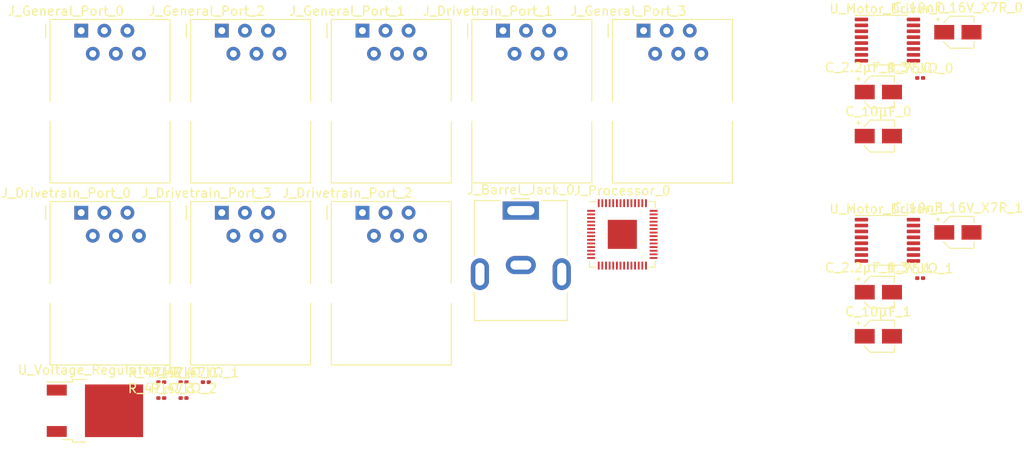
<source format=kicad_pcb>
(kicad_pcb (version 20211014) (generator pcbnew)
  (layers (0 "F.Cu" signal) (31 "B.Cu" signal) (34 "B.Paste" user) (35 "F.Paste" user) (36 "B.SilkS" user "B.Silkscreen") (37 "F.SilkS" user "F.Silkscreen") (38 "B.Mask" user) (39 "F.Mask" user) (44 "Edge.Cuts" user))
  (net 0 "")
  (net 1 "GND")
  (net 2 "Net-(C_2.2μF_6.3V_0-Pad2)")
  (net 3 "Net-(U_Motor_Driver_1-Pad14)")
  (net 4 "+9V")
  (net 5 "Net-(C_10nF_16V_X7R_0-Pad2)")
  (net 6 "Net-(U_Motor_Driver_1-Pad11)")
  (net 8 "/Motor_Driver_Sheet_0/AOUT2")
  (net 9 "/Motor_Driver_Sheet_0/AOUT1")
  (net 10 "/DP01")
  (net 11 "/DP00")
  (net 12 "+3.3V")
  (net 13 "/Motor_Driver_Sheet_0/BOUT2")
  (net 14 "/Motor_Driver_Sheet_0/BOUT1")
  (net 15 "/DP11")
  (net 16 "/DP10")
  (net 17 "/Motor_Driver_Sheet_1/AOUT2")
  (net 18 "/Motor_Driver_Sheet_1/AOUT1")
  (net 19 "/DP21")
  (net 20 "/DP20")
  (net 21 "/Motor_Driver_Sheet_1/BOUT2")
  (net 22 "/Motor_Driver_Sheet_1/BOUT1")
  (net 23 "/DP31")
  (net 24 "/DP30")
  (net 27 "/GP01")
  (net 28 "/GP00")
  (net 31 "/GP11")
  (net 32 "/GP10")
  (net 35 "/GP21")
  (net 36 "/GP20")
  (net 39 "/GP31")
  (net 40 "/GP30")
  (net 43 "/Motor_Driver_Sheet_1/BIN2")
  (net 44 "/Motor_Driver_Sheet_1/BIN1")
  (net 45 "/Motor_Driver_Sheet_1/AIN2")
  (net 46 "/Motor_Driver_Sheet_1/AIN1")
  (net 47 "/Motor_Driver_Sheet_0/BIN2")
  (net 48 "/Motor_Driver_Sheet_0/BIN1")
  (net 49 "/Motor_Driver_Sheet_0/AIN2")
  (net 50 "/Motor_Driver_Sheet_0/AIN1")
  (net 53 "Net-(J_Processor_0-Pad23)")
  (net 56 "Net-(J_Processor_0-Pad26)")
  (net 57 "Net-(J_Processor_0-Pad38)")
  (net 58 "Net-(J_Processor_0-Pad39)")
  (net 59 "Net-(J_Processor_0-Pad40)")
  (net 60 "Net-(J_Processor_0-Pad41)")
  (net 69 "Net-(R_75kΩ_0-Pad2)")
  (net 70 "Net-(U_Motor_Driver_1-Pad1)")
  (footprint "Connector_RJ:RJ12_Amphenol_54601" (layer "F.Cu") (at 149.43 82.14)
    (fp_text reference "J_General_Port_3" (at -1.67 -2.16) (layer "F.SilkS"))
    (fp_text value "6P6C")
    (fp_line (start 9.77 16.65) (end 9.77 16.77) (layer "F.SilkS") (width 0.1))
    (fp_line (start -3.9 0.77) (end -3.9 -0.76) (layer "F.SilkS") (width 0.12))
    (fp_line (start -3.43 -1.23) (end 9.77 -1.23) (layer "F.SilkS") (width 0.12))
    (fp_line (start 9.77 16.77) (end 9.77 9.99) (layer "F.SilkS") (width 0.12))
    (fp_line (start -3.43 7.79) (end -3.43 -1.23) (layer "F.SilkS") (width 0.12))
    (fp_line (start 9.77 16.76) (end 9.77 16.77) (layer "F.SilkS") (width 0.1))
    (fp_line (start -3.43 7.72) (end -3.43 7.79) (layer "F.SilkS") (width 0.1))
    (fp_line (start -3.43 16.77) (end -3.43 9.99) (layer "F.SilkS") (width 0.12))
    (fp_line (start 9.77 -1.23) (end 9.77 7.79) (layer "F.SilkS") (width 0.12))
    (fp_line (start 9.77 16.77) (end -3.43 16.77) (layer "F.SilkS") (width 0.12))
    (pad "" np_thru_hole circle (at -1.91 8.89) (size 3.25 3.25) (drill 3.25) (layers *.Cu *.Mask))
    (pad "" np_thru_hole circle (at 8.25 8.89) (size 3.25 3.25) (drill 3.25) (layers *.Cu *.Mask))
    (pad "1" thru_hole rect (at 0 0) (size 1.52 1.52) (drill 0.76) (layers *.Cu *.Mask))
    (pad "2" thru_hole circle (at 1.27 2.54) (size 1.52 1.52) (drill 0.76) (layers *.Cu *.Mask))
    (pad "3" thru_hole circle (at 2.54 0) (size 1.52 1.52) (drill 0.76) (layers *.Cu *.Mask) (net 39 "/GP31"))
    (pad "4" thru_hole circle (at 3.81 2.54) (size 1.52 1.52) (drill 0.76) (layers *.Cu *.Mask) (net 40 "/GP30"))
    (pad "5" thru_hole circle (at 5.08 0) (size 1.52 1.52) (drill 0.76) (layers *.Cu *.Mask) (net 12 "+3.3V"))
    (pad "6" thru_hole circle (at 6.35 2.54) (size 1.52 1.52) (drill 0.76) (layers *.Cu *.Mask) (net 1 "GND"))
  )
  (footprint "Capacitor_SMD:CP_Elec_3x5.3" (layer "F.Cu") (at 175.26 110.95)
    (fp_text reference "C_2.2μF_6.3V_1" (at 0 -2.7) (layer "F.SilkS"))
    (fp_text value "C")
    (fp_line (start -0.870563 1.76) (end 1.76 1.76) (layer "F.SilkS") (width 0.12))
    (fp_line (start 1.76 -1.76) (end 1.76 -1.06) (layer "F.SilkS") (width 0.12))
    (fp_line (start 1.76 1.76) (end 1.76 1.06) (layer "F.SilkS") (width 0.12))
    (fp_line (start -2.1875 -1.6225) (end -2.1875 -1.2475) (layer "F.SilkS") (width 0.12))
    (fp_line (start -0.870563 -1.76) (end 1.76 -1.76) (layer "F.SilkS") (width 0.12))
    (fp_line (start -2.375 -1.435) (end -2 -1.435) (layer "F.SilkS") (width 0.12))
    (fp_line (start -1.570563 1.06) (end -0.870563 1.76) (layer "F.SilkS") (width 0.12))
    (fp_line (start -1.570563 -1.06) (end -0.870563 -1.76) (layer "F.SilkS") (width 0.12))
    (pad "1" smd rect (at -1.5 0) (size 2.2 1.6) (layers "F.Cu" "F.Paste" "F.Mask") (net 1 "GND"))
    (pad "2" smd rect (at 1.5 0) (size 2.2 1.6) (layers "F.Cu" "F.Paste" "F.Mask") (net 3 "Net-(U_Motor_Driver_1-Pad14)"))
  )
  (footprint "Resistor_SMD:R_0201_0603Metric" (layer "F.Cu") (at 96.36 120.86)
    (fp_text reference "R_47kΩ_4" (at 0 -1.05) (layer "F.SilkS"))
    (fp_text value "R")
    (pad "1" smd roundrect (at -0.32 0) (size 0.46 0.4) (layers "F.Cu" "F.Mask") (net 60 "Net-(J_Processor_0-Pad41)"))
    (pad "2" smd roundrect (at 0.32 0) (size 0.46 0.4) (layers "F.Cu" "F.Mask") (net 12 "+3.3V"))
  )
  (footprint "Package_SO:TSSOP-16_4.4x5mm_P0.65mm" (layer "F.Cu") (at 176.26 83.18)
    (fp_text reference "U_Motor_Driver_0" (at 0 -3.45) (layer "F.SilkS"))
    (fp_text value "DRV8833PW")
    (fp_line (start 0 2.735) (end 2.2 2.735) (layer "F.SilkS") (width 0.12))
    (fp_line (start 0 2.735) (end -2.2 2.735) (layer "F.SilkS") (width 0.12))
    (fp_line (start 0 -2.735) (end 2.2 -2.735) (layer "F.SilkS") (width 0.12))
    (fp_line (start 0 -2.735) (end -3.6 -2.735) (layer "F.SilkS") (width 0.12))
    (pad "1" smd roundrect (at -2.8625 -2.275) (size 1.475 0.4) (layers "F.Cu" "F.Paste" "F.Mask") (net 69 "Net-(R_75kΩ_0-Pad2)"))
    (pad "2" smd roundrect (at -2.8625 -1.625) (size 1.475 0.4) (layers "F.Cu" "F.Paste" "F.Mask") (net 9 "/Motor_Driver_Sheet_0/AOUT1"))
    (pad "3" smd roundrect (at -2.8625 -0.975) (size 1.475 0.4) (layers "F.Cu" "F.Paste" "F.Mask") (net 1 "GND"))
    (pad "4" smd roundrect (at -2.8625 -0.325) (size 1.475 0.4) (layers "F.Cu" "F.Paste" "F.Mask") (net 8 "/Motor_Driver_Sheet_0/AOUT2"))
    (pad "5" smd roundrect (at -2.8625 0.325) (size 1.475 0.4) (layers "F.Cu" "F.Paste" "F.Mask") (net 13 "/Motor_Driver_Sheet_0/BOUT2"))
    (pad "6" smd roundrect (at -2.8625 0.975) (size 1.475 0.4) (layers "F.Cu" "F.Paste" "F.Mask") (net 1 "GND"))
    (pad "7" smd roundrect (at -2.8625 1.625) (size 1.475 0.4) (layers "F.Cu" "F.Paste" "F.Mask") (net 14 "/Motor_Driver_Sheet_0/BOUT1"))
    (pad "8" smd roundrect (at -2.8625 2.275) (size 1.475 0.4) (layers "F.Cu" "F.Paste" "F.Mask"))
    (pad "9" smd roundrect (at 2.8625 2.275) (size 1.475 0.4) (layers "F.Cu" "F.Paste" "F.Mask") (net 48 "/Motor_Driver_Sheet_0/BIN1"))
    (pad "10" smd roundrect (at 2.8625 1.625) (size 1.475 0.4) (layers "F.Cu" "F.Paste" "F.Mask") (net 47 "/Motor_Driver_Sheet_0/BIN2"))
    (pad "11" smd roundrect (at 2.8625 0.975) (size 1.475 0.4) (layers "F.Cu" "F.Paste" "F.Mask") (net 5 "Net-(C_10nF_16V_X7R_0-Pad2)"))
    (pad "12" smd roundrect (at 2.8625 0.325) (size 1.475 0.4) (layers "F.Cu" "F.Paste" "F.Mask") (net 4 "+9V"))
    (pad "13" smd roundrect (at 2.8625 -0.325) (size 1.475 0.4) (layers "F.Cu" "F.Paste" "F.Mask") (net 1 "GND"))
    (pad "14" smd roundrect (at 2.8625 -0.975) (size 1.475 0.4) (layers "F.Cu" "F.Paste" "F.Mask") (net 2 "Net-(C_2.2μF_6.3V_0-Pad2)"))
    (pad "15" smd roundrect (at 2.8625 -1.625) (size 1.475 0.4) (layers "F.Cu" "F.Paste" "F.Mask") (net 49 "/Motor_Driver_Sheet_0/AIN2"))
    (pad "16" smd roundrect (at 2.8625 -2.275) (size 1.475 0.4) (layers "F.Cu" "F.Paste" "F.Mask") (net 50 "/Motor_Driver_Sheet_0/AIN1"))
  )
  (footprint "Capacitor_SMD:CP_Elec_3x5.3" (layer "F.Cu") (at 175.26 115.8)
    (fp_text reference "C_10μF_1" (at 0 -2.7) (layer "F.SilkS"))
    (fp_text value "C")
    (fp_line (start -1.570563 1.06) (end -0.870563 1.76) (layer "F.SilkS") (width 0.12))
    (fp_line (start 1.76 1.76) (end 1.76 1.06) (layer "F.SilkS") (width 0.12))
    (fp_line (start 1.76 -1.76) (end 1.76 -1.06) (layer "F.SilkS") (width 0.12))
    (fp_line (start -0.870563 -1.76) (end 1.76 -1.76) (layer "F.SilkS") (width 0.12))
    (fp_line (start -2.1875 -1.6225) (end -2.1875 -1.2475) (layer "F.SilkS") (width 0.12))
    (fp_line (start -1.570563 -1.06) (end -0.870563 -1.76) (layer "F.SilkS") (width 0.12))
    (fp_line (start -2.375 -1.435) (end -2 -1.435) (layer "F.SilkS") (width 0.12))
    (fp_line (start -0.870563 1.76) (end 1.76 1.76) (layer "F.SilkS") (width 0.12))
    (pad "1" smd rect (at -1.5 0) (size 2.2 1.6) (layers "F.Cu" "F.Paste" "F.Mask") (net 4 "+9V"))
    (pad "2" smd rect (at 1.5 0) (size 2.2 1.6) (layers "F.Cu" "F.Paste" "F.Mask") (net 1 "GND"))
  )
  (footprint "Resistor_SMD:R_0201_0603Metric" (layer "F.Cu") (at 179.86 109.4)
    (fp_text reference "R_75kΩ_1" (at 0 -1.05) (layer "F.SilkS"))
    (fp_text value "R")
    (pad "1" smd roundrect (at -0.32 0) (size 0.46 0.4) (layers "F.Cu" "F.Mask") (net 4 "+9V"))
    (pad "2" smd roundrect (at 0.32 0) (size 0.46 0.4) (layers "F.Cu" "F.Mask") (net 70 "Net-(U_Motor_Driver_1-Pad1)"))
  )
  (footprint "Connector_RJ:RJ12_Amphenol_54601" (layer "F.Cu") (at 133.96 82.14)
    (fp_text reference "J_Drivetrain_Port_1" (at -1.67 -2.16) (layer "F.SilkS"))
    (fp_text value "6P6C")
    (fp_line (start 9.77 16.77) (end -3.43 16.77) (layer "F.SilkS") (width 0.12))
    (fp_line (start 9.77 16.65) (end 9.77 16.77) (layer "F.SilkS") (width 0.1))
    (fp_line (start 9.77 16.77) (end 9.77 9.99) (layer "F.SilkS") (width 0.12))
    (fp_line (start 9.77 -1.23) (end 9.77 7.79) (layer "F.SilkS") (width 0.12))
    (fp_line (start -3.43 7.72) (end -3.43 7.79) (layer "F.SilkS") (width 0.1))
    (fp_line (start 9.77 16.76) (end 9.77 16.77) (layer "F.SilkS") (width 0.1))
    (fp_line (start -3.43 -1.23) (end 9.77 -1.23) (layer "F.SilkS") (width 0.12))
    (fp_line (start -3.43 7.79) (end -3.43 -1.23) (layer "F.SilkS") (width 0.12))
    (fp_line (start -3.9 0.77) (end -3.9 -0.76) (layer "F.SilkS") (width 0.12))
    (fp_line (start -3.43 16.77) (end -3.43 9.99) (layer "F.SilkS") (width 0.12))
    (pad "" np_thru_hole circle (at 8.25 8.89) (size 3.25 3.25) (drill 3.25) (layers *.Cu *.Mask))
    (pad "" np_thru_hole circle (at -1.91 8.89) (size 3.25 3.25) (drill 3.25) (layers *.Cu *.Mask))
    (pad "1" thru_hole rect (at 0 0) (size 1.52 1.52) (drill 0.76) (layers *.Cu *.Mask) (net 13 "/Motor_Driver_Sheet_0/BOUT2"))
    (pad "2" thru_hole circle (at 1.27 2.54) (size 1.52 1.52) (drill 0.76) (layers *.Cu *.Mask) (net 14 "/Motor_Driver_Sheet_0/BOUT1"))
    (pad "3" thru_hole circle (at 2.54 0) (size 1.52 1.52) (drill 0.76) (layers *.Cu *.Mask) (net 15 "/DP11"))
    (pad "4" thru_hole circle (at 3.81 2.54) (size 1.52 1.52) (drill 0.76) (layers *.Cu *.Mask) (net 16 "/DP10"))
    (pad "5" thru_hole circle (at 5.08 0) (size 1.52 1.52) (drill 0.76) (layers *.Cu *.Mask) (net 12 "+3.3V"))
    (pad "6" thru_hole circle (at 6.35 2.54) (size 1.52 1.52) (drill 0.76) (layers *.Cu *.Mask) (net 1 "GND"))
  )
  (footprint "Connector_RJ:RJ12_Amphenol_54601" (layer "F.Cu") (at 118.49 102.19)
    (fp_text reference "J_Drivetrain_Port_2" (at -1.67 -2.16) (layer "F.SilkS"))
    (fp_text value "6P6C")
    (fp_line (start -3.43 7.79) (end -3.43 -1.23) (layer "F.SilkS") (width 0.12))
    (fp_line (start 9.77 16.77) (end 9.77 9.99) (layer "F.SilkS") (width 0.12))
    (fp_line (start -3.43 -1.23) (end 9.77 -1.23) (layer "F.SilkS") (width 0.12))
    (fp_line (start 9.77 16.65) (end 9.77 16.77) (layer "F.SilkS") (width 0.1))
    (fp_line (start -3.43 16.77) (end -3.43 9.99) (layer "F.SilkS") (width 0.12))
    (fp_line (start -3.43 7.72) (end -3.43 7.79) (layer "F.SilkS") (width 0.1))
    (fp_line (start -3.9 0.77) (end -3.9 -0.76) (layer "F.SilkS") (width 0.12))
    (fp_line (start 9.77 -1.23) (end 9.77 7.79) (layer "F.SilkS") (width 0.12))
    (fp_line (start 9.77 16.76) (end 9.77 16.77) (layer "F.SilkS") (width 0.1))
    (fp_line (start 9.77 16.77) (end -3.43 16.77) (layer "F.SilkS") (width 0.12))
    (pad "" np_thru_hole circle (at 8.25 8.89) (size 3.25 3.25) (drill 3.25) (layers *.Cu *.Mask))
    (pad "" np_thru_hole circle (at -1.91 8.89) (size 3.25 3.25) (drill 3.25) (layers *.Cu *.Mask))
    (pad "1" thru_hole rect (at 0 0) (size 1.52 1.52) (drill 0.76) (layers *.Cu *.Mask) (net 17 "/Motor_Driver_Sheet_1/AOUT2"))
    (pad "2" thru_hole circle (at 1.27 2.54) (size 1.52 1.52) (drill 0.76) (layers *.Cu *.Mask) (net 18 "/Motor_Driver_Sheet_1/AOUT1"))
    (pad "3" thru_hole circle (at 2.54 0) (size 1.52 1.52) (drill 0.76) (layers *.Cu *.Mask) (net 19 "/DP21"))
    (pad "4" thru_hole circle (at 3.81 2.54) (size 1.52 1.52) (drill 0.76) (layers *.Cu *.Mask) (net 20 "/DP20"))
    (pad "5" thru_hole circle (at 5.08 0) (size 1.52 1.52) (drill 0.76) (layers *.Cu *.Mask) (net 12 "+3.3V"))
    (pad "6" thru_hole circle (at 6.35 2.54) (size 1.52 1.52) (drill 0.76) (layers *.Cu *.Mask) (net 1 "GND"))
  )
  (footprint "Connector_RJ:RJ12_Amphenol_54601" (layer "F.Cu") (at 87.55 82.14)
    (fp_text reference "J_General_Port_0" (at -1.67 -2.16) (layer "F.SilkS"))
    (fp_text value "6P6C")
    (fp_line (start 9.77 -1.23) (end 9.77 7.79) (layer "F.SilkS") (width 0.12))
    (fp_line (start 9.77 16.77) (end 9.77 9.99) (layer "F.SilkS") (width 0.12))
    (fp_line (start -3.9 0.77) (end -3.9 -0.76) (layer "F.SilkS") (width 0.12))
    (fp_line (start 9.77 16.65) (end 9.77 16.77) (layer "F.SilkS") (width 0.1))
    (fp_line (start -3.43 7.72) (end -3.43 7.79) (layer "F.SilkS") (width 0.1))
    (fp_line (start -3.43 7.79) (end -3.43 -1.23) (layer "F.SilkS") (width 0.12))
    (fp_line (start -3.43 -1.23) (end 9.77 -1.23) (layer "F.SilkS") (width 0.12))
    (fp_line (start -3.43 16.77) (end -3.43 9.99) (layer "F.SilkS") (width 0.12))
    (fp_line (start 9.77 16.76) (end 9.77 16.77) (layer "F.SilkS") (width 0.1))
    (fp_line (start 9.77 16.77) (end -3.43 16.77) (layer "F.SilkS") (width 0.12))
    (pad "" np_thru_hole circle (at 8.25 8.89) (size 3.25 3.25) (drill 3.25) (layers *.Cu *.Mask))
    (pad "" np_thru_hole circle (at -1.91 8.89) (size 3.25 3.25) (drill 3.25) (layers *.Cu *.Mask))
    (pad "1" thru_hole rect (at 0 0) (size 1.52 1.52) (drill 0.76) (layers *.Cu *.Mask))
    (pad "2" thru_hole circle (at 1.27 2.54) (size 1.52 1.52) (drill 0.76) (layers *.Cu *.Mask))
    (pad "3" thru_hole circle (at 2.54 0) (size 1.52 1.52) (drill 0.76) (layers *.Cu *.Mask) (net 27 "/GP01"))
    (pad "4" thru_hole circle (at 3.81 2.54) (size 1.52 1.52) (drill 0.76) (layers *.Cu *.Mask) (net 28 "/GP00"))
    (pad "5" thru_hole circle (at 5.08 0) (size 1.52 1.52) (drill 0.76) (layers *.Cu *.Mask) (net 12 "+3.3V"))
    (pad "6" thru_hole circle (at 6.35 2.54) (size 1.52 1.52) (drill 0.76) (layers *.Cu *.Mask) (net 1 "GND"))
  )
  (footprint "Resistor_SMD:R_0201_0603Metric" (layer "F.Cu") (at 98.81 122.61)
    (fp_text reference "R_47kΩ_2" (at 0 -1.05) (layer "F.SilkS"))
    (fp_text value "R")
    (pad "1" smd roundrect (at -0.32 0) (size 0.46 0.4) (layers "F.Cu" "F.Mask") (net 58 "Net-(J_Processor_0-Pad39)"))
    (pad "2" smd roundrect (at 0.32 0) (size 0.46 0.4) (layers "F.Cu" "F.Mask") (net 12 "+3.3V"))
  )
  (footprint "Resistor_SMD:R_0201_0603Metric" (layer "F.Cu") (at 179.86 87.35)
    (fp_text reference "R_75kΩ_0" (at 0 -1.05) (layer "F.SilkS"))
    (fp_text value "R")
    (pad "1" smd roundrect (at -0.32 0) (size 0.46 0.4) (layers "F.Cu" "F.Mask") (net 4 "+9V"))
    (pad "2" smd roundrect (at 0.32 0) (size 0.46 0.4) (layers "F.Cu" "F.Mask") (net 69 "Net-(R_75kΩ_0-Pad2)"))
  )
  (footprint "Connector_RJ:RJ12_Amphenol_54601" (layer "F.Cu") (at 103.02 102.19)
    (fp_text reference "J_Drivetrain_Port_3" (at -1.67 -2.16) (layer "F.SilkS"))
    (fp_text value "6P6C")
    (fp_line (start -3.43 7.79) (end -3.43 -1.23) (layer "F.SilkS") (width 0.12))
    (fp_line (start -3.43 7.72) (end -3.43 7.79) (layer "F.SilkS") (width 0.1))
    (fp_line (start 9.77 16.65) (end 9.77 16.77) (layer "F.SilkS") (width 0.1))
    (fp_line (start -3.43 16.77) (end -3.43 9.99) (layer "F.SilkS") (width 0.12))
    (fp_line (start 9.77 16.77) (end 9.77 9.99) (layer "F.SilkS") (width 0.12))
    (fp_line (start 9.77 -1.23) (end 9.77 7.79) (layer "F.SilkS") (width 0.12))
    (fp_line (start 9.77 16.77) (end -3.43 16.77) (layer "F.SilkS") (width 0.12))
    (fp_line (start -3.43 -1.23) (end 9.77 -1.23) (layer "F.SilkS") (width 0.12))
    (fp_line (start 9.77 16.76) (end 9.77 16.77) (layer "F.SilkS") (width 0.1))
    (fp_line (start -3.9 0.77) (end -3.9 -0.76) (layer "F.SilkS") (width 0.12))
    (pad "" np_thru_hole circle (at -1.91 8.89) (size 3.25 3.25) (drill 3.25) (layers *.Cu *.Mask))
    (pad "" np_thru_hole circle (at 8.25 8.89) (size 3.25 3.25) (drill 3.25) (layers *.Cu *.Mask))
    (pad "1" thru_hole rect (at 0 0) (size 1.52 1.52) (drill 0.76) (layers *.Cu *.Mask) (net 21 "/Motor_Driver_Sheet_1/BOUT2"))
    (pad "2" thru_hole circle (at 1.27 2.54) (size 1.52 1.52) (drill 0.76) (layers *.Cu *.Mask) (net 22 "/Motor_Driver_Sheet_1/BOUT1"))
    (pad "3" thru_hole circle (at 2.54 0) (size 1.52 1.52) (drill 0.76) (layers *.Cu *.Mask) (net 23 "/DP31"))
    (pad "4" thru_hole circle (at 3.81 2.54) (size 1.52 1.52) (drill 0.76) (layers *.Cu *.Mask) (net 24 "/DP30"))
    (pad "5" thru_hole circle (at 5.08 0) (size 1.52 1.52) (drill 0.76) (layers *.Cu *.Mask) (net 12 "+3.3V"))
    (pad "6" thru_hole circle (at 6.35 2.54) (size 1.52 1.52) (drill 0.76) (layers *.Cu *.Mask) (net 1 "GND"))
  )
  (footprint "Capacitor_SMD:CP_Elec_3x5.3" (layer "F.Cu") (at 175.26 88.9)
    (fp_text reference "C_2.2μF_6.3V_0" (at 0 -2.7) (layer "F.SilkS"))
    (fp_text value "C")
    (fp_line (start 1.76 -1.76) (end 1.76 -1.06) (layer "F.SilkS") (width 0.12))
    (fp_line (start -2.375 -1.435) (end -2 -1.435) (layer "F.SilkS") (width 0.12))
    (fp_line (start -2.1875 -1.6225) (end -2.1875 -1.2475) (layer "F.SilkS") (width 0.12))
    (fp_line (start 1.76 1.76) (end 1.76 1.06) (layer "F.SilkS") (width 0.12))
    (fp_line (start -1.570563 -1.06) (end -0.870563 -1.76) (layer "F.SilkS") (width 0.12))
    (fp_line (start -0.870563 1.76) (end 1.76 1.76) (layer "F.SilkS") (width 0.12))
    (fp_line (start -0.870563 -1.76) (end 1.76 -1.76) (layer "F.SilkS") (width 0.12))
    (fp_line (start -1.570563 1.06) (end -0.870563 1.76) (layer "F.SilkS") (width 0.12))
    (pad "1" smd rect (at -1.5 0) (size 2.2 1.6) (layers "F.Cu" "F.Paste" "F.Mask") (net 1 "GND"))
    (pad "2" smd rect (at 1.5 0) (size 2.2 1.6) (layers "F.Cu" "F.Paste" "F.Mask") (net 2 "Net-(C_2.2μF_6.3V_0-Pad2)"))
  )
  (footprint "Connector_RJ:RJ12_Amphenol_54601" (layer "F.Cu") (at 103.02 82.14)
    (fp_text reference "J_General_Port_2" (at -1.67 -2.16) (layer "F.SilkS"))
    (fp_text value "6P6C")
    (fp_line (start -3.43 7.79) (end -3.43 -1.23) (layer "F.SilkS") (width 0.12))
    (fp_line (start 9.77 16.76) (end 9.77 16.77) (layer "F.SilkS") (width 0.1))
    (fp_line (start -3.43 7.72) (end -3.43 7.79) (layer "F.SilkS") (width 0.1))
    (fp_line (start -3.43 16.77) (end -3.43 9.99) (layer "F.SilkS") (width 0.12))
    (fp_line (start 9.77 -1.23) (end 9.77 7.79) (layer "F.SilkS") (width 0.12))
    (fp_line (start -3.43 -1.23) (end 9.77 -1.23) (layer "F.SilkS") (width 0.12))
    (fp_line (start 9.77 16.77) (end -3.43 16.77) (layer "F.SilkS") (width 0.12))
    (fp_line (start -3.9 0.77) (end -3.9 -0.76) (layer "F.SilkS") (width 0.12))
    (fp_line (start 9.77 16.65) (end 9.77 16.77) (layer "F.SilkS") (width 0.1))
    (fp_line (start 9.77 16.77) (end 9.77 9.99) (layer "F.SilkS") (width 0.12))
    (pad "" np_thru_hole circle (at -1.91 8.89) (size 3.25 3.25) (drill 3.25) (layers *.Cu *.Mask))
    (pad "" np_thru_hole circle (at 8.25 8.89) (size 3.25 3.25) (drill 3.25) (layers *.Cu *.Mask))
    (pad "1" thru_hole rect (at 0 0) (size 1.52 1.52) (drill 0.76) (layers *.Cu *.Mask))
    (pad "2" thru_hole circle (at 1.27 2.54) (size 1.52 1.52) (drill 0.76) (layers *.Cu *.Mask))
    (pad "3" thru_hole circle (at 2.54 0) (size 1.52 1.52) (drill 0.76) (layers *.Cu *.Mask) (net 35 "/GP21"))
    (pad "4" thru_hole circle (at 3.81 2.54) (size 1.52 1.52) (drill 0.76) (layers *.Cu *.Mask) (net 36 "/GP20"))
    (pad "5" thru_hole circle (at 5.08 0) (size 1.52 1.52) (drill 0.76) (layers *.Cu *.Mask) (net 12 "+3.3V"))
    (pad "6" thru_hole circle (at 6.35 2.54) (size 1.52 1.52) (drill 0.76) (layers *.Cu *.Mask) (net 1 "GND"))
  )
  (footprint "Resistor_SMD:R_0201_0603Metric" (layer "F.Cu") (at 96.36 122.61)
    (fp_text reference "R_47kΩ_3" (at 0 -1.05) (layer "F.SilkS"))
    (fp_text value "R")
    (pad "1" smd roundrect (at -0.32 0) (size 0.46 0.4) (layers "F.Cu" "F.Mask") (net 59 "Net-(J_Processor_0-Pad40)"))
    (pad "2" smd roundrect (at 0.32 0) (size 0.46 0.4) (layers "F.Cu" "F.Mask") (net 12 "+3.3V"))
  )
  (footprint "Connector_BarrelJack:BarrelJack_CUI_PJ-063AH_Horizontal" (layer "F.Cu") (at 135.92 101.96)
    (fp_text reference "J_Barrel_Jack_0" (at 0 -2.3) (layer "F.SilkS"))
    (fp_text value "Barrel_Jack_MountingPin")
    (fp_line (start 5.11 12.11) (end -5.11 12.11) (layer "F.SilkS") (width 0.12))
    (fp_line (start -5.11 12.11) (end -5.11 9.05) (layer "F.SilkS") (width 0.12))
    (fp_line (start 2.3 -1.11) (end 5.11 -1.11) (layer "F.SilkS") (width 0.12))
    (fp_line (start 5.11 9.05) (end 5.11 12.11) (layer "F.SilkS") (width 0.12))
    (fp_line (start 5.11 -1.11) (end 5.11 4.95) (layer "F.SilkS") (width 0.12))
    (fp_line (start -5.11 -1.11) (end -2.3 -1.11) (layer "F.SilkS") (width 0.12))
    (fp_line (start -5.11 4.95) (end -5.11 -1.11) (layer "F.SilkS") (width 0.12))
    (fp_line (start -1 -1.3) (end 1 -1.3) (layer "F.SilkS") (width 0.12))
    (pad "" np_thru_hole circle (at 0 9) (size 1.6 1.6) (drill 1.6) (layers *.Cu *.Mask))
    (pad "1" thru_hole rect (at 0 0) (size 4 2) (drill oval 3 1) (layers *.Cu *.Mask) (net 4 "+9V"))
    (pad "2" thru_hole oval (at 0 6) (size 3.3 2) (drill oval 2.3 1) (layers *.Cu *.Mask) (net 1 "GND"))
    (pad "MP" thru_hole oval (at -4.5 7) (size 2 3.5) (drill oval 1 2.5) (layers *.Cu *.Mask))
    (pad "MP" thru_hole oval (at 4.5 7) (size 2 3.5) (drill oval 1 2.5) (layers *.Cu *.Mask))
  )
  (footprint "Resistor_SMD:R_0201_0603Metric" (layer "F.Cu") (at 98.81 120.86)
    (fp_text reference "R_47kΩ_0" (at 0 -1.05) (layer "F.SilkS"))
    (fp_text value "R")
    (pad "1" smd roundrect (at -0.32 0) (size 0.46 0.4) (layers "F.Cu" "F.Mask") (net 12 "+3.3V"))
    (pad "2" smd roundrect (at 0.32 0) (size 0.46 0.4) (layers "F.Cu" "F.Mask") (net 56 "Net-(J_Processor_0-Pad26)"))
  )
  (footprint "Connector_RJ:RJ12_Amphenol_54601" (layer "F.Cu") (at 118.49 82.14)
    (fp_text reference "J_General_Port_1" (at -1.67 -2.16) (layer "F.SilkS"))
    (fp_text value "6P6C")
    (fp_line (start 9.77 16.77) (end 9.77 9.99) (layer "F.SilkS") (width 0.12))
    (fp_line (start -3.9 0.77) (end -3.9 -0.76) (layer "F.SilkS") (width 0.12))
    (fp_line (start 9.77 16.65) (end 9.77 16.77) (layer "F.SilkS") (width 0.1))
    (fp_line (start -3.43 -1.23) (end 9.77 -1.23) (layer "F.SilkS") (width 0.12))
    (fp_line (start 9.77 -1.23) (end 9.77 7.79) (layer "F.SilkS") (width 0.12))
    (fp_line (start -3.43 16.77) (end -3.43 9.99) (layer "F.SilkS") (width 0.12))
    (fp_line (start 9.77 16.77) (end -3.43 16.77) (layer "F.SilkS") (width 0.12))
    (fp_line (start -3.43 7.79) (end -3.43 -1.23) (layer "F.SilkS") (width 0.12))
    (fp_line (start 9.77 16.76) (end 9.77 16.77) (layer "F.SilkS") (width 0.1))
    (fp_line (start -3.43 7.72) (end -3.43 7.79) (layer "F.SilkS") (width 0.1))
    (pad "" np_thru_hole circle (at 8.25 8.89) (size 3.25 3.25) (drill 3.25) (layers *.Cu *.Mask))
    (pad "" np_thru_hole circle (at -1.91 8.89) (size 3.25 3.25) (drill 3.25) (layers *.Cu *.Mask))
    (pad "1" thru_hole rect (at 0 0) (size 1.52 1.52) (drill 0.76) (layers *.Cu *.Mask))
    (pad "2" thru_hole circle (at 1.27 2.54) (size 1.52 1.52) (drill 0.76) (layers *.Cu *.Mask))
    (pad "3" thru_hole circle (at 2.54 0) (size 1.52 1.52) (drill 0.76) (layers *.Cu *.Mask) (net 31 "/GP11"))
    (pad "4" thru_hole circle (at 3.81 2.54) (size 1.52 1.52) (drill 0.76) (layers *.Cu *.Mask) (net 32 "/GP10"))
    (pad "5" thru_hole circle (at 5.08 0) (size 1.52 1.52) (drill 0.76) (layers *.Cu *.Mask) (net 12 "+3.3V"))
    (pad "6" thru_hole circle (at 6.35 2.54) (size 1.52 1.52) (drill 0.76) (layers *.Cu *.Mask) (net 1 "GND"))
  )
  (footprint "Connector_RJ:RJ12_Amphenol_54601" (layer "F.Cu") (at 87.55 102.19)
    (fp_text reference "J_Drivetrain_Port_0" (at -1.67 -2.16) (layer "F.SilkS"))
    (fp_text value "6P6C")
    (fp_line (start 9.77 -1.23) (end 9.77 7.79) (layer "F.SilkS") (width 0.12))
    (fp_line (start -3.43 7.72) (end -3.43 7.79) (layer "F.SilkS") (width 0.1))
    (fp_line (start 9.77 16.76) (end 9.77 16.77) (layer "F.SilkS") (width 0.1))
    (fp_line (start -3.43 16.77) (end -3.43 9.99) (layer "F.SilkS") (width 0.12))
    (fp_line (start -3.9 0.77) (end -3.9 -0.76) (layer "F.SilkS") (width 0.12))
    (fp_line (start -3.43 7.79) (end -3.43 -1.23) (layer "F.SilkS") (width 0.12))
    (fp_line (start 9.77 16.77) (end 9.77 9.99) (layer "F.SilkS") (width 0.12))
    (fp_line (start 9.77 16.65) (end 9.77 16.77) (layer "F.SilkS") (width 0.1))
    (fp_line (start -3.43 -1.23) (end 9.77 -1.23) (layer "F.SilkS") (width 0.12))
    (fp_line (start 9.77 16.77) (end -3.43 16.77) (layer "F.SilkS") (width 0.12))
    (pad "" np_thru_hole circle (at 8.25 8.89) (size 3.25 3.25) (drill 3.25) (layers *.Cu *.Mask))
    (pad "" np_thru_hole circle (at -1.91 8.89) (size 3.25 3.25) (drill 3.25) (layers *.Cu *.Mask))
    (pad "1" thru_hole rect (at 0 0) (size 1.52 1.52) (drill 0.76) (layers *.Cu *.Mask) (net 8 "/Motor_Driver_Sheet_0/AOUT2"))
    (pad "2" thru_hole circle (at 1.27 2.54) (size 1.52 1.52) (drill 0.76) (layers *.Cu *.Mask) (net 9 "/Motor_Driver_Sheet_0/AOUT1"))
    (pad "3" thru_hole circle (at 2.54 0) (size 1.52 1.52) (drill 0.76) (layers *.Cu *.Mask) (net 10 "/DP01"))
    (pad "4" thru_hole circle (at 3.81 2.54) (size 1.52 1.52) (drill 0.76) (layers *.Cu *.Mask) (net 11 "/DP00"))
    (pad "5" thru_hole circle (at 5.08 0) (size 1.52 1.52) (drill 0.76) (layers *.Cu *.Mask) (net 12 "+3.3V"))
    (pad "6" thru_hole circle (at 6.35 2.54) (size 1.52 1.52) (drill 0.76) (layers *.Cu *.Mask) (net 1 "GND"))
  )
  (footprint "Package_DFN_QFN:QFN-56-1EP_7x7mm_P0.4mm_EP3.2x3.2mm" (layer "F.Cu") (at 147.09 104.58)
    (fp_text reference "J_Processor_0" (at 0 -4.82) (layer "F.SilkS"))
    (fp_text value "RP2040")
    (fp_line (start 2.96 -3.61) (end 3.61 -3.61) (layer "F.SilkS") (width 0.12))
    (fp_line (start 3.61 -3.61) (end 3.61 -2.96) (layer "F.SilkS") (width 0.12))
    (fp_line (start -2.96 -3.61) (end -3.61 -3.61) (layer "F.SilkS") (width 0.12))
    (fp_line (start 2.96 3.61) (end 3.61 3.61) (layer "F.SilkS") (width 0.12))
    (fp_line (start -3.61 3.61) (end -3.61 2.96) (layer "F.SilkS") (width 0.12))
    (fp_line (start -2.96 3.61) (end -3.61 3.61) (layer "F.SilkS") (width 0.12))
    (fp_line (start 3.61 3.61) (end 3.61 2.96) (layer "F.SilkS") (width 0.12))
    (pad "1" smd roundrect locked (at -3.4375 -2.6) (size 0.875 0.2) (layers "F.Cu" "F.Paste" "F.Mask") (net 12 "+3.3V"))
    (pad "2" smd roundrect locked (at -3.4375 -2.2) (size 0.875 0.2) (layers "F.Cu" "F.Paste" "F.Mask"))
    (pad "3" smd roundrect locked (at -3.4375 -1.8) (size 0.875 0.2) (layers "F.Cu" "F.Paste" "F.Mask"))
    (pad "4" smd roundrect locked (at -3.4375 -1.4) (size 0.875 0.2) (layers "F.Cu" "F.Paste" "F.Mask") (net 43 "/Motor_Driver_Sheet_1/BIN2"))
    (pad "5" smd roundrect locked (at -3.4375 -1) (size 0.875 0.2) (layers "F.Cu" "F.Paste" "F.Mask") (net 44 "/Motor_Driver_Sheet_1/BIN1"))
    (pad "6" smd roundrect locked (at -3.4375 -0.6) (size 0.875 0.2) (layers "F.Cu" "F.Paste" "F.Mask") (net 45 "/Motor_Driver_Sheet_1/AIN2"))
    (pad "7" smd roundrect locked (at -3.4375 -0.2) (size 0.875 0.2) (layers "F.Cu" "F.Paste" "F.Mask") (net 46 "/Motor_Driver_Sheet_1/AIN1"))
    (pad "8" smd roundrect locked (at -3.4375 0.2) (size 0.875 0.2) (layers "F.Cu" "F.Paste" "F.Mask") (net 47 "/Motor_Driver_Sheet_0/BIN2"))
    (pad "9" smd roundrect locked (at -3.4375 0.6) (size 0.875 0.2) (layers "F.Cu" "F.Paste" "F.Mask") (net 48 "/Motor_Driver_Sheet_0/BIN1"))
    (pad "10" smd roundrect locked (at -3.4375 1) (size 0.875 0.2) (layers "F.Cu" "F.Paste" "F.Mask") (net 12 "+3.3V"))
    (pad "11" smd roundrect locked (at -3.4375 1.4) (size 0.875 0.2) (layers "F.Cu" "F.Paste" "F.Mask") (net 49 "/Motor_Driver_Sheet_0/AIN2"))
    (pad "12" smd roundrect locked (at -3.4375 1.8) (size 0.875 0.2) (layers "F.Cu" "F.Paste" "F.Mask") (net 50 "/Motor_Driver_Sheet_0/AIN1"))
    (pad "13" smd roundrect locked (at -3.4375 2.2) (size 0.875 0.2) (layers "F.Cu" "F.Paste" "F.Mask") (net 23 "/DP31"))
    (pad "14" smd roundrect locked (at -3.4375 2.6) (size 0.875 0.2) (layers "F.Cu" "F.Paste" "F.Mask") (net 24 "/DP30"))
    (pad "15" smd roundrect locked (at -2.6 3.4375) (size 0.2 0.875) (layers "F.Cu" "F.Paste" "F.Mask") (net 19 "/DP21"))
    (pad "16" smd roundrect locked (at -2.2 3.4375) (size 0.2 0.875) (layers "F.Cu" "F.Paste" "F.Mask") (net 20 "/DP20"))
    (pad "17" smd roundrect locked (at -1.8 3.4375) (size 0.2 0.875) (layers "F.Cu" "F.Paste" "F.Mask") (net 15 "/DP11"))
    (pad "18" smd roundrect locked (at -1.4 3.4375) (size 0.2 0.875) (layers "F.Cu" "F.Paste" "F.Mask") (net 16 "/DP10"))
    (pad "19" smd roundrect locked (at -1 3.4375) (size 0.2 0.875) (layers "F.Cu" "F.Paste" "F.Mask") (net 1 "GND"))
    (pad "20" smd roundrect locked (at -0.6 3.4375) (size 0.2 0.875) (layers "F.Cu" "F.Paste" "F.Mask"))
    (pad "21" smd roundrect locked (at -0.2 3.4375) (size 0.2 0.875) (layers "F.Cu" "F.Paste" "F.Mask"))
    (pad "22" smd roundrect locked (at 0.2 3.4375) (size 0.2 0.875) (layers "F.Cu" "F.Paste" "F.Mask") (net 12 "+3.3V"))
    (pad "23" smd roundrect locked (at 0.6 3.4375) (size 0.2 0.875) (layers "F.Cu" "F.Paste" "F.Mask") (net 53 "Net-(J_Processor_0-Pad23)"))
    (pad "24" smd roundrect locked (at 1 3.4375) (size 0.2 0.875) (layers "F.Cu" "F.Paste" "F.Mask"))
    (pad "25" smd roundrect locked (at 1.4 3.4375) (size 0.2 0.875) (layers "F.Cu" "F.Paste" "F.Mask"))
    (pad "26" smd roundrect locked (at 1.8 3.4375) (size 0.2 0.875) (layers "F.Cu" "F.Paste" "F.Mask") (net 56 "Net-(J_Processor_0-Pad26)"))
    (pad "27" smd roundrect locked (at 2.2 3.4375) (size 0.2 0.875) (layers "F.Cu" "F.Paste" "F.Mask") (net 10 "/DP01"))
    (pad "28" smd roundrect locked (at 2.6 3.4375) (size 0.2 0.875) (layers "F.Cu" "F.Paste" "F.Mask") (net 11 "/DP00"))
    (pad "29" smd roundrect locked (at 3.4375 2.6) (size 0.875 0.2) (layers "F.Cu" "F.Paste" "F.Mask") (net 39 "/GP31"))
    (pad "30" smd roundrect locked (at 3.4375 2.2) (size 0.875 0.2) (layers "F.Cu" "F.Paste" "F.Mask") (net 40 "/GP30"))
    (pad "31" smd roundrect locked (at 3.4375 1.8) (size 0.875 0.2) (layers "F.Cu" "F.Paste" "F.Mask") (net 35 "/GP21"))
    (pad "32" smd roundrect locked (at 3.4375 1.4) (size 0.875 0.2) (layers "F.Cu" "F.Paste" "F.Mask") (net 36 "/GP20"))
    (pad "33" smd roundrect locked (at 3.4375 1) (size 0.875 0.2) (layers "F.Cu" "F.Paste" "F.Mask") (net 12 "+3.3V"))
    (pad "34" smd roundrect locked (at 3.4375 0.6) (size 0.875 0.2) (layers "F.Cu" "F.Paste" "F.Mask") (net 31 "/GP11"))
    (pad "35" smd roundrect locked (at 3.4375 0.2) (size 0.875 0.2) (layers "F.Cu" "F.Paste" "F.Mask") (net 32 "/GP10"))
    (pad "36" smd roundrect locked (at 3.4375 -0.2) (size 0.875 0.2) (layers "F.Cu" "F.Paste" "F.Mask") (net 27 "/GP01"))
    (pad "37" smd roundrect locked (at 3.4375 -0.6) (size 0.875 0.2) (layers "F.Cu" "F.Paste" "F.Mask") (net 28 "/GP00"))
    (pad "38" smd roundrect locked (at 3.4375 -1) (size 0.875 0.2) (layers "F.Cu" "F.Paste" "F.Mask") (net 57 "Net-(J_Processor_0-Pad38)"))
    (pad "39" smd roundrect locked (at 3.4375 -1.4) (size 0.875 0.2) (layers "F.Cu" "F.Paste" "F.Mask") (net 58 "Net-(J_Processor_0-Pad39)"))
    (pad "40" smd roundrect locked (at 3.4375 -1.8) (size 0.875 0.2) (layers "F.Cu" "F.Paste" "F.Mask") (net 59 "Net-(J_Processor_0-Pad40)"))
    (pad "41" smd roundrect locked (at 3.4375 -2.2) (size 0.875 0.2) (layers "F.Cu" "F.Paste" "F.Mask") (net 60 "Net-(J_Processor_0-Pad41)"))
    (pad "42" smd roundrect locked (at 3.4375 -2.6) (size 0.875 0.2) (layers "F.Cu" "F.Paste" "F.Mask") (net 12 "+3.3V"))
    (pad "43" smd roundrect locked (at 2.6 -3.4375) (size 0.2 0.875) (layers "F.Cu" "F.Paste" "F.Mask") (net 12 "+3.3V"))
    (pad "44" smd roundrect locked (at 2.2 -3.4375) (size 0.2 0.875) (layers "F.Cu" "F.Paste" "F.Mask") (net 12 "+3.3V"))
    (pad "45" smd roundrect locked (at 1.8 -3.4375) (size 0.2 0.875) (layers "F.Cu" "F.Paste" "F.Mask") (net 53 "Net-(J_Processor_0-Pad23)"))
    (pad "46" smd roundrect locked (at 1.4 -3.4375) (size 0.2 0.875) (layers "F.Cu" "F.Paste" "F.Mask"))
    (pad "47" smd roundrect locked (at 1 -3.4375) (size 0.2 0.875) (layers "F.Cu" "F.Paste" "F.Mask"))
    (pad "48" smd roundrect locked (at 0.6 -3.4375) (size 0.2 0.875) (layers "F.Cu" "F.Paste" "F.Mask") (net 12 "+3.3V"))
    (pad "49" smd roundrect locked (at 0.2 -3.4375) (size 0.2 0.875) (layers "F.Cu" "F.Paste" "F.Mask") (net 12 "+3.3V"))
    (pad "50" smd roundrect locked (at -0.2 -3.4375) (size 0.2 0.875) (layers "F.Cu" "F.Paste" "F.Mask") (net 53 "Net-(J_Processor_0-Pad23)"))
    (pad "51" smd roundrect locked (at -0.6 -3.4375) (size 0.2 0.875) (layers "F.Cu" "F.Paste" "F.Mask"))
    (pad "52" smd roundrect locked (at -1 -3.4375) (size 0.2 0.875) (layers "F.Cu" "F.Paste" "F.Mask"))
    (pad "53" smd roundrect locked (at -1.4 -3.4375) (size 0.2 0.875) (layers "F.Cu" "F.Paste" "F.Mask"))
    (pad "54" smd roundrect locked (at -1.8 -3.4375) (size 0.2 0.875) (layers "F.Cu" "F.Paste" "F.Mask"))
    (pad "55" smd roundrect locked (at -2.2 -3.4375) (size 0.2 0.875) (layers "F.Cu" "F.Paste" "F.Mask"))
    (pad "56" smd roundrect locked (at -2.6 -3.4375) (size 0.2 0.875) (layers "F.Cu" "F.Paste" "F.Mask"))
    (pad "57" smd rect locked (at 0 0) (size 3.2 3.2) (layers "F.Cu" "F.Mask") (net 1 "GND"))
  )
  (footprint "Capacitor_SMD:CP_Elec_3x5.3" (layer "F.Cu") (at 175.26 93.75)
    (fp_text reference "C_10μF_0" (at 0 -2.7) (layer "F.SilkS"))
    (fp_text value "C")
    (fp_line (start 1.76 1.76) (end 1.76 1.06) (layer "F.SilkS") (width 0.12))
    (fp_line (start -1.570563 1.06) (end -0.870563 1.76) (layer "F.SilkS") (width 0.12))
    (fp_line (start 1.76 -1.76) (end 1.76 -1.06) (layer "F.SilkS") (width 0.12))
    (fp_line (start -2.375 -1.435) (end -2 -1.435) (layer "F.SilkS") (width 0.12))
    (fp_line (start -0.870563 -1.76) (end 1.76 -1.76) (layer "F.SilkS") (width 0.12))
    (fp_line (start -1.570563 -1.06) (end -0.870563 -1.76) (layer "F.SilkS") (width 0.12))
    (fp_line (start -0.870563 1.76) (end 1.76 1.76) (layer "F.SilkS") (width 0.12))
    (fp_line (start -2.1875 -1.6225) (end -2.1875 -1.2475) (layer "F.SilkS") (width 0.12))
    (pad "1" smd rect (at -1.5 0) (size 2.2 1.6) (layers "F.Cu" "F.Paste" "F.Mask") (net 4 "+9V"))
    (pad "2" smd rect (at 1.5 0) (size 2.2 1.6) (layers "F.Cu" "F.Paste" "F.Mask") (net 1 "GND"))
  )
  (footprint "Capacitor_SMD:CP_Elec_3x5.3" (layer "F.Cu") (at 184.01 104.36)
    (fp_text reference "C_10nF_16V_X7R_1" (at 0 -2.7) (layer "F.SilkS"))
    (fp_text value "C")
    (fp_line (start -1.570563 1.06) (end -0.870563 1.76) (layer "F.SilkS") (width 0.12))
    (fp_line (start -2.375 -1.435) (end -2 -1.435) (layer "F.SilkS") (width 0.12))
    (fp_line (start 1.76 -1.76) (end 1.76 -1.06) (layer "F.SilkS") (width 0.12))
    (fp_line (start 1.76 1.76) (end 1.76 1.06) (layer "F.SilkS") (width 0.12))
    (fp_line (start -2.1875 -1.6225) (end -2.1875 -1.2475) (layer "F.SilkS") (width 0.12))
    (fp_line (start -0.870563 1.76) (end 1.76 1.76) (layer "F.SilkS") (width 0.12))
    (fp_line (start -0.870563 -1.76) (end 1.76 -1.76) (layer "F.SilkS") (width 0.12))
    (fp_line (start -1.570563 -1.06) (end -0.870563 -1.76) (layer "F.SilkS") (width 0.12))
    (pad "1" smd rect (at -1.5 0) (size 2.2 1.6) (layers "F.Cu" "F.Paste" "F.Mask") (net 4 "+9V"))
    (pad "2" smd rect (at 1.5 0) (size 2.2 1.6) (layers "F.Cu" "F.Paste" "F.Mask") (net 6 "Net-(U_Motor_Driver_1-Pad11)"))
  )
  (footprint "Package_TO_SOT_SMD:TO-252-2" (layer "F.Cu") (at 89.06 124.01)
    (fp_text reference "U_Voltage_Regulator_0" (at 0 -4.5) (layer "F.SilkS"))
    (fp_text value "KA78M05_TO252")
    (fp_line (start -2.47 -3.45) (end -2.47 -3.18) (layer "F.SilkS") (width 0.12))
    (fp_line (start -2.47 3.18) (end -3.57 3.18) (layer "F.SilkS") (width 0.12))
    (fp_line (start -2.47 3.45) (end -2.47 3.18) (layer "F.SilkS") (width 0.12))
    (fp_line (start -2.47 -3.18) (end -5.3 -3.18) (layer "F.SilkS") (width 0.12))
    (fp_line (start -0.97 -3.45) (end -2.47 -3.45) (layer "F.SilkS") (width 0.12))
    (fp_line (start -0.97 3.45) (end -2.47 3.45) (layer "F.SilkS") (width 0.12))
    (pad "1" smd rect (at -4.2 -2.28) (size 2.2 1.2) (layers "F.Cu" "F.Paste" "F.Mask") (net 4 "+9V"))
    (pad "2" smd rect (at 2.1 0) (size 6.4 5.8) (layers "F.Cu" "F.Mask") (net 1 "GND"))
    (pad "3" smd rect (at -4.2 2.28) (size 2.2 1.2) (layers "F.Cu" "F.Paste" "F.Mask") (net 12 "+3.3V"))
  )
  (footprint "Capacitor_SMD:CP_Elec_3x5.3" (layer "F.Cu") (at 184.01 82.31)
    (fp_text reference "C_10nF_16V_X7R_0" (at 0 -2.7) (layer "F.SilkS"))
    (fp_text value "C")
    (fp_line (start 1.76 -1.76) (end 1.76 -1.06) (layer "F.SilkS") (width 0.12))
    (fp_line (start -2.1875 -1.6225) (end -2.1875 -1.2475) (layer "F.SilkS") (width 0.12))
    (fp_line (start -2.375 -1.435) (end -2 -1.435) (layer "F.SilkS") (width 0.12))
    (fp_line (start -1.570563 -1.06) (end -0.870563 -1.76) (layer "F.SilkS") (width 0.12))
    (fp_line (start -0.870563 -1.76) (end 1.76 -1.76) (layer "F.SilkS") (width 0.12))
    (fp_line (start -0.870563 1.76) (end 1.76 1.76) (layer "F.SilkS") (width 0.12))
    (fp_line (start -1.570563 1.06) (end -0.870563 1.76) (layer "F.SilkS") (width 0.12))
    (fp_line (start 1.76 1.76) (end 1.76 1.06) (layer "F.SilkS") (width 0.12))
    (pad "1" smd rect (at -1.5 0) (size 2.2 1.6) (layers "F.Cu" "F.Paste" "F.Mask") (net 4 "+9V"))
    (pad "2" smd rect (at 1.5 0) (size 2.2 1.6) (layers "F.Cu" "F.Paste" "F.Mask") (net 5 "Net-(C_10nF_16V_X7R_0-Pad2)"))
  )
  (footprint "Resistor_SMD:R_0201_0603Metric" (layer "F.Cu") (at 101.26 120.86)
    (fp_text reference "R_47kΩ_1" (at 0 -1.05) (layer "F.SilkS"))
    (fp_text value "R")
    (pad "1" smd roundrect (at -0.32 0) (size 0.46 0.4) (layers "F.Cu" "F.Mask") (net 57 "Net-(J_Processor_0-Pad38)"))
    (pad "2" smd roundrect (at 0.32 0) (size 0.46 0.4) (layers "F.Cu" "F.Mask") (net 12 "+3.3V"))
  )
  (footprint "Package_SO:TSSOP-16_4.4x5mm_P0.65mm" (layer "F.Cu") (at 176.26 105.23)
    (fp_text reference "U_Motor_Driver_1" (at 0 -3.45) (layer "F.SilkS"))
    (fp_text value "DRV8833PW")
    (fp_line (start 0 -2.735) (end -3.6 -2.735) (layer "F.SilkS") (width 0.12))
    (fp_line (start 0 -2.735) (end 2.2 -2.735) (layer "F.SilkS") (width 0.12))
    (fp_line (start 0 2.735) (end -2.2 2.735) (layer "F.SilkS") (width 0.12))
    (fp_line (start 0 2.735) (end 2.2 2.735) (layer "F.SilkS") (width 0.12))
    (pad "1" smd roundrect (at -2.8625 -2.275) (size 1.475 0.4) (layers "F.Cu" "F.Paste" "F.Mask") (net 70 "Net-(U_Motor_Driver_1-Pad1)"))
    (pad "2" smd roundrect (at -2.8625 -1.625) (size 1.475 0.4) (layers "F.Cu" "F.Paste" "F.Mask") (net 18 "/Motor_Driver_Sheet_1/AOUT1"))
    (pad "3" smd roundrect (at -2.8625 -0.975) (size 1.475 0.4) (layers "F.Cu" "F.Paste" "F.Mask") (net 1 "GND"))
    (pad "4" smd roundrect (at -2.8625 -0.325) (size 1.475 0.4) (layers "F.Cu" "F.Paste" "F.Mask") (net 17 "/Motor_Driver_Sheet_1/AOUT2"))
    (pad "5" smd roundrect (at -2.8625 0.325) (size 1.475 0.4) (layers "F.Cu" "F.Paste" "F.Mask") (net 21 "/Motor_Driver_Sheet_1/BOUT2"))
    (pad "6" smd roundrect (at -2.8625 0.975) (size 1.475 0.4) (layers "F.Cu" "F.Paste" "F.Mask") (net 1 "GND"))
    (pad "7" smd roundrect (at -2.8625 1.625) (size 1.475 0.4) (layers "F.Cu" "F.Paste" "F.Mask") (net 22 "/Motor_Driver_Sheet_1/BOUT1"))
    (pad "8" smd roundrect (at -2.8625 2.275) (size 1.475 0.4) (layers "F.Cu" "F.Paste" "F.Mask"))
    (pad "9" smd roundrect (at 2.8625 2.275) (size 1.475 0.4) (layers "F.Cu" "F.Paste" "F.Mask") (net 44 "/Motor_Driver_Sheet_1/BIN1"))
    (pad "10" smd roundrect (at 2.8625 1.625) (size 1.475 0.4) (layers "F.Cu" "F.Paste" "F.Mask") (net 43 "/Motor_Driver_Sheet_1/BIN2"))
    (pad "11" smd roundrect (at 2.8625 0.975) (size 1.475 0.4) (layers "F.Cu" "F.Paste" "F.Mask") (net 6 "Net-(U_Motor_Driver_1-Pad11)"))
    (pad "12" smd roundrect (at 2.8625 0.325) (size 1.475 0.4) (layers "F.Cu" "F.Paste" "F.Mask") (net 4 "+9V"))
    (pad "13" smd roundrect (at 2.8625 -0.325) (size 1.475 0.4) (layers "F.Cu" "F.Paste" "F.Mask") (net 1 "GND"))
    (pad "14" smd roundrect (at 2.8625 -0.975) (size 1.475 0.4) (layers "F.Cu" "F.Paste" "F.Mask") (net 3 "Net-(U_Motor_Driver_1-Pad14)"))
    (pad "15" smd roundrect (at 2.8625 -1.625) (size 1.475 0.4) (layers "F.Cu" "F.Paste" "F.Mask") (net 45 "/Motor_Driver_Sheet_1/AIN2"))
    (pad "16" smd roundrect (at 2.8625 -2.275) (size 1.475 0.4) (layers "F.Cu" "F.Paste" "F.Mask") (net 46 "/Motor_Driver_Sheet_1/AIN1"))
  )
)
</source>
